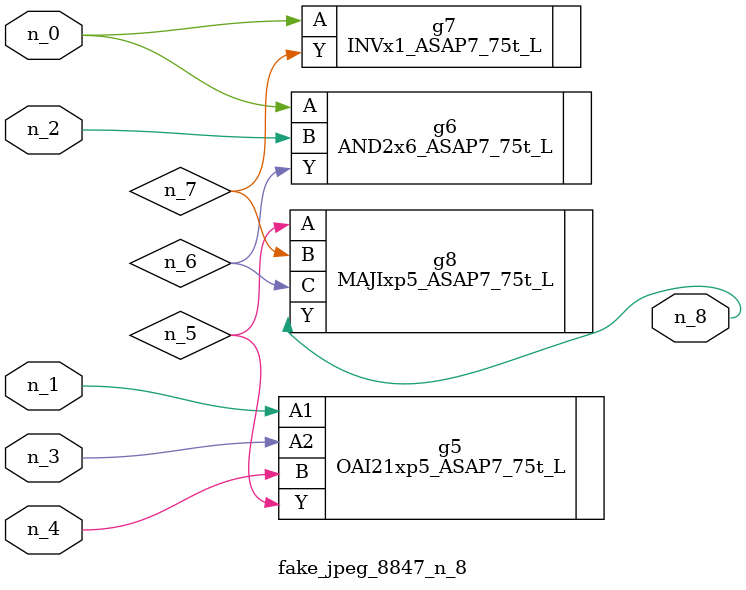
<source format=v>
module fake_jpeg_8847_n_8 (n_3, n_2, n_1, n_0, n_4, n_8);

input n_3;
input n_2;
input n_1;
input n_0;
input n_4;

output n_8;

wire n_6;
wire n_5;
wire n_7;

OAI21xp5_ASAP7_75t_L g5 ( 
.A1(n_1),
.A2(n_3),
.B(n_4),
.Y(n_5)
);

AND2x6_ASAP7_75t_L g6 ( 
.A(n_0),
.B(n_2),
.Y(n_6)
);

INVx1_ASAP7_75t_L g7 ( 
.A(n_0),
.Y(n_7)
);

MAJIxp5_ASAP7_75t_L g8 ( 
.A(n_5),
.B(n_7),
.C(n_6),
.Y(n_8)
);


endmodule
</source>
